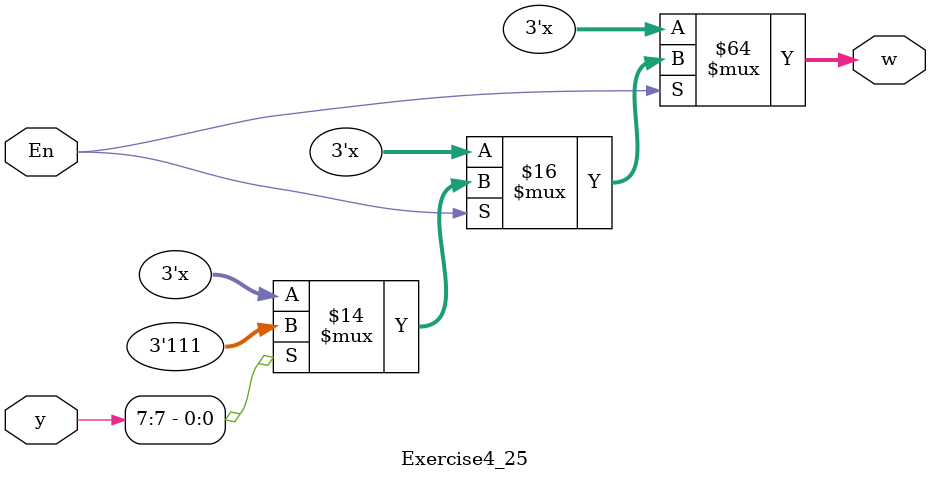
<source format=v>
module Exercise4_25(input [7:0]y, input En, output reg [2:0]w);
	integer i;
	always@(y, En)
	begin
		if (En == 1)
		begin
			for (i = 0; i < 8; i = i+1)
				begin
				if (y[i] == 1)
					w = i;
				else
					w = 3'bxxx;
				end
		end
		else
			w = 3'bxxx;
	end
	
endmodule 
</source>
